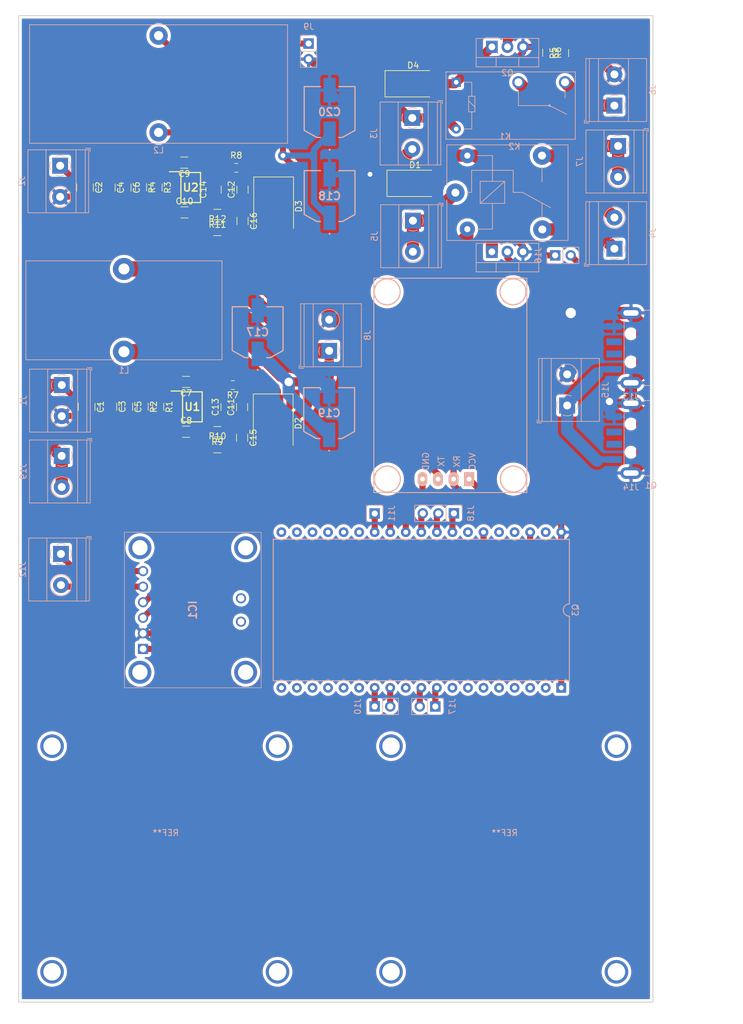
<source format=kicad_pcb>
(kicad_pcb (version 20211014) (generator pcbnew)
  (layers (0 "F.Cu" signal) (31 "B.Cu" signal) (34 "B.Paste" user) (35 "F.Paste" user) (36 "B.SilkS" user "B.Silkscreen") (37 "F.SilkS" user "F.Silkscreen") (38 "B.Mask" user) (39 "F.Mask" user) (44 "Edge.Cuts" user))
  (net 0 "")
  (net 1 "Net-(C1-Pad1)")
  (net 2 "GND")
  (net 3 "Net-(C2-Pad1)")
  (net 4 "Net-(C7-Pad2)")
  (net 5 "Net-(C7-Pad1)")
  (net 6 "Net-(C8-Pad1)")
  (net 7 "Net-(C9-Pad2)")
  (net 8 "Net-(C9-Pad1)")
  (net 9 "Net-(C10-Pad1)")
  (net 10 "Net-(C11-Pad2)")
  (net 11 "Net-(C11-Pad1)")
  (net 12 "Net-(C12-Pad1)")
  (net 13 "Net-(C12-Pad2)")
  (net 14 "Net-(C15-Pad1)")
  (net 15 "Net-(C16-Pad1)")
  (net 16 "/+5V")
  (net 17 "Net-(D1-Pad2)")
  (net 18 "Net-(D4-Pad2)")
  (net 19 "/+24V")
  (net 20 "Net-(IC1-Pad1)")
  (net 21 "Net-(IC1-Pad3)")
  (net 22 "Net-(IC1-Pad4)")
  (net 23 "Net-(IC1-Pad5)")
  (net 24 "Net-(IC1-Pad6)")
  (net 25 "Net-(J5-Pad1)")
  (net 26 "Net-(J7-Pad1)")
  (net 27 "/USB")
  (net 28 "/HB5V")
  (net 29 "/HB24V")
  (net 30 "Net-(J11-Pad1)")
  (net 31 "Net-(J16-Pad1)")
  (net 32 "Net-(J10-Pad2)")
  (net 33 "Net-(J10-Pad1)")
  (net 34 "Net-(Q3-Pad28)")
  (net 35 "Net-(Q3-Pad27)")
  (net 36 "Net-(R1-Pad2)")
  (net 37 "Net-(R3-Pad2)")
  (net 38 "Net-(R10-Pad1)")
  (net 39 "Net-(R11-Pad2)")
  (net 74 "Net-(J16-Pad2)")
  (net 75 "Net-(J17-Pad1)")
  (net 76 "Net-(J17-Pad2)")
  (net 77 "Net-(J18-Pad1)")
  (net 78 "Net-(J18-Pad2)")
  (net 79 "Net-(J18-Pad3)")
  (net 80 "Net-(J13-Pad1)")
  (footprint "Capacitor_SMD:C_1210_3225Metric_Pad1.42x2.65mm_HandSolder" (layer "F.Cu") (at 28.3775 83.171 -90)
    (fp_text reference "C1")
    (fp_text value "4.7µF")
  )
  (footprint "Capacitor_SMD:C_1210_3225Metric_Pad1.42x2.65mm_HandSolder" (layer "F.Cu") (at 28.112 47.371 -90)
    (fp_text reference "C2")
    (fp_text value "4.7µF")
  )
  (footprint "Capacitor_SMD:C_1210_3225Metric_Pad1.42x2.65mm_HandSolder" (layer "F.Cu") (at 31.9335 83.1345 -90)
    (fp_text reference "C3")
    (fp_text value "4.7µF")
  )
  (footprint "Capacitor_SMD:C_1210_3225Metric_Pad1.42x2.65mm_HandSolder" (layer "F.Cu") (at 31.668 47.371 -90)
    (fp_text reference "C4")
    (fp_text value "4.7µF")
  )
  (footprint "Capacitor_SMD:C_1206_3216Metric_Pad1.42x1.75mm_HandSolder" (layer "F.Cu") (at 34.9815 83.171 -90)
    (fp_text reference "C5")
    (fp_text value "0.01µF")
  )
  (footprint "Capacitor_SMD:C_1206_3216Metric_Pad1.42x1.75mm_HandSolder" (layer "F.Cu") (at 34.716 47.371 -90)
    (fp_text reference "C6")
    (fp_text value "0.01µF")
  )
  (footprint "Capacitor_SMD:C_1206_3216Metric_Pad1.42x1.75mm_HandSolder" (layer "F.Cu") (at 44.6335 79.107 180)
    (fp_text reference "C7")
    (fp_text value "0.1µF")
  )
  (footprint "Capacitor_SMD:C_1206_3216Metric_Pad1.42x1.75mm_HandSolder" (layer "F.Cu") (at 44.6335 87.235)
    (fp_text reference "C8")
    (fp_text value "0.01µF")
  )
  (footprint "Capacitor_SMD:C_1206_3216Metric_Pad1.42x1.75mm_HandSolder" (layer "F.Cu") (at 44.3315 43.307 180)
    (fp_text reference "C9")
    (fp_text value "0.1µF")
  )
  (footprint "Capacitor_SMD:C_1206_3216Metric_Pad1.42x1.75mm_HandSolder" (layer "F.Cu") (at 44.368 51.435)
    (fp_text reference "C10")
    (fp_text value "0.01µF")
  )
  (footprint "Capacitor_SMD:C_1206_3216Metric_Pad1.42x1.75mm_HandSolder" (layer "F.Cu") (at 53.7775 83.2075 90)
    (fp_text reference "C11")
    (fp_text value "1000pF")
  )
  (footprint "Capacitor_SMD:C_1206_3216Metric_Pad1.42x1.75mm_HandSolder" (layer "F.Cu") (at 53.8445 47.7155 90)
    (fp_text reference "C12")
    (fp_text value "1000pF")
  )
  (footprint "Capacitor_SMD:C_1206_3216Metric_Pad1.42x1.75mm_HandSolder" (layer "F.Cu") (at 51.2375 83.2075 90)
    (fp_text reference "C13")
    (fp_text value "47pF")
  )
  (footprint "Capacitor_SMD:C_1206_3216Metric_Pad1.42x1.75mm_HandSolder" (layer "F.Cu") (at 51.268 47.7155 90)
    (fp_text reference "C14")
    (fp_text value "47pF")
  )
  (footprint "Capacitor_SMD:C_1206_3216Metric_Pad1.42x1.75mm_HandSolder" (layer "F.Cu") (at 53.7775 88.2145 -90)
    (fp_text reference "C15")
    (fp_text value "100nF")
  )
  (footprint "Capacitor_SMD:C_1206_3216Metric_Pad1.42x1.75mm_HandSolder" (layer "F.Cu") (at 53.848 52.832 -90)
    (fp_text reference "C16")
    (fp_text value "100nF")
  )
  (footprint "Diode_SMD:D_SMB_Handsoldering" (layer "F.Cu") (at 82.0465 46.69)
    (fp_text reference "D1")
    (fp_text value "D_Schottky")
  )
  (footprint "Diode_SMD:D_SMC" (layer "F.Cu") (at 58.8575 85.867 -90)
    (fp_text reference "D2")
    (fp_text value "B340")
  )
  (footprint "Diode_SMD:D_SMC" (layer "F.Cu") (at 58.928 50.448 -90)
    (fp_text reference "D3")
    (fp_text value "B340")
  )
  (footprint "Diode_SMD:D_SMB_Handsoldering" (layer "F.Cu") (at 81.7265 30.434)
    (fp_text reference "D4")
    (fp_text value "D_Schottky")
  )
  (footprint "Resistor_SMD:R_1206_3216Metric_Pad1.42x1.75mm_HandSolder" (layer "F.Cu") (at 40.0615 83.171 -90)
    (fp_text reference "R1")
    (fp_text value "332k")
  )
  (footprint "Resistor_SMD:R_1206_3216Metric_Pad1.42x1.75mm_HandSolder" (layer "F.Cu") (at 37.5215 83.171 -90)
    (fp_text reference "R2")
    (fp_text value "68.1k")
  )
  (footprint "Resistor_SMD:R_1206_3216Metric_Pad1.42x1.75mm_HandSolder" (layer "F.Cu") (at 39.796 47.371 -90)
    (fp_text reference "R3")
    (fp_text value "332k")
  )
  (footprint "Resistor_SMD:R_1206_3216Metric_Pad1.42x1.75mm_HandSolder" (layer "F.Cu") (at 37.256 47.3345 -90)
    (fp_text reference "R4")
    (fp_text value "68.1k")
  )
  (footprint "Resistor_SMD:R_MiniMELF_MMA-0204" (layer "F.Cu") (at 106.2705 25.424 90)
    (fp_text reference "R5")
    (fp_text value "1Meg")
  )
  (footprint "Resistor_SMD:R_MiniMELF_MMA-0204" (layer "F.Cu") (at 103.7305 25.376 -90)
    (fp_text reference "R6")
    (fp_text value "1Meg")
  )
  (footprint "Resistor_SMD:R_0805_2012Metric_Pad1.15x1.40mm_HandSolder" (layer "F.Cu") (at 52.2625 79.615 180)
    (fp_text reference "R7")
    (fp_text value "29.4k")
  )
  (footprint "Resistor_SMD:R_0805_2012Metric_Pad1.15x1.40mm_HandSolder" (layer "F.Cu") (at 52.8195 44.1595 180)
    (fp_text reference "R8")
    (fp_text value "29.4k")
  )
  (footprint "Resistor_SMD:R_MiniMELF_MMA-0204" (layer "F.Cu") (at 49.7375 87.235 180)
    (fp_text reference "R9")
    (fp_text value "10.2k")
  )
  (footprint "Resistor_SMD:R_1206_3216Metric_Pad1.42x1.75mm_HandSolder" (layer "F.Cu") (at 49.75 89.775)
    (fp_text reference "R10")
    (fp_text value "2k")
  )
  (footprint "Resistor_SMD:R_MiniMELF_MMA-0204" (layer "F.Cu") (at 49.7475 51.7795 180)
    (fp_text reference "R11")
    (fp_text value "10.2k")
  )
  (footprint "Resistor_SMD:R_1206_3216Metric_Pad1.42x1.75mm_HandSolder" (layer "F.Cu") (at 49.7475 54.3195)
    (fp_text reference "R12")
    (fp_text value "3.24k")
  )
  (footprint "SamacSys_Parts:NE555DR" (layer "F.Cu") (at 45.6495 83.171)
    (fp_text reference "U1")
    (fp_text value "TPS54331" hide)
  )
  (footprint "SamacSys_Parts:NE555DR" (layer "F.Cu") (at 45.384 47.371)
    (fp_text reference "U2")
    (fp_text value "TPS54331" hide)
  )
  (footprint "" (layer "F.Cu") (at 77.47 64.389)
    (fp_text reference "")
    (fp_text value "")
  )
  (footprint "" (layer "F.Cu") (at 98.044 64.389)
    (fp_text reference "")
    (fp_text value "")
  )
  (footprint "SamacSys_Parts:L298N" (layer "B.Cu") (at 96.52 156.972 180)
    (fp_text reference "REF**")
    (fp_text value "L298N")
  )
  (footprint "SamacSys_Parts:EEETC1V470P" (layer "B.Cu") (at 56.3175 70.985 180)
    (fp_text reference "C17")
    (fp_text value "47µF" hide)
  )
  (footprint "SamacSys_Parts:EEETC1V470P" (layer "B.Cu") (at 68.072 48.768 180)
    (fp_text reference "C18")
    (fp_text value "47µF" hide)
  )
  (footprint "SamacSys_Parts:EEETC1V470P" (layer "B.Cu") (at 68.0015 84.193 180)
    (fp_text reference "C19")
    (fp_text value "47µF" hide)
  )
  (footprint "SamacSys_Parts:EEETC1V470P" (layer "B.Cu") (at 68.072 35.046 180)
    (fp_text reference "C20")
    (fp_text value "47µF" hide)
  )
  (footprint "SamacSys_Parts:904" (layer "B.Cu") (at 37.592 122.682 90)
    (fp_text reference "IC1")
    (fp_text value "904" hide)
  )
  (footprint "TerminalBlock_Phoenix:TerminalBlock_Phoenix_MKDS-1,5-2-5.08_1x02_P5.08mm_Horizontal" (layer "B.Cu") (at 24.3135 79.615 -90)
    (fp_text reference "J1")
    (fp_text value "VCC")
  )
  (footprint "TerminalBlock_Phoenix:TerminalBlock_Phoenix_MKDS-1,5-2-5.08_1x02_P5.08mm_Horizontal" (layer "B.Cu") (at 24.048 43.815 -90)
    (fp_text reference "J2")
    (fp_text value "VCC")
  )
  (footprint "TerminalBlock_Phoenix:TerminalBlock_Phoenix_MKDS-1,5-2-5.08_1x02_P5.08mm_Horizontal" (layer "B.Cu") (at 81.5815 36.017 -90)
    (fp_text reference "J3")
    (fp_text value "Relais")
  )
  (footprint "TerminalBlock_Phoenix:TerminalBlock_Phoenix_MKDS-1,5-2-5.08_1x02_P5.08mm_Horizontal" (layer "B.Cu") (at 81.6835 52.781 -90)
    (fp_text reference "J5")
    (fp_text value "Relai_5V")
  )
  (footprint "TerminalBlock_Phoenix:TerminalBlock_Phoenix_MKDS-1,5-2-5.08_1x02_P5.08mm_Horizontal" (layer "B.Cu") (at 115.2115 40.589 -90)
    (fp_text reference "J7")
    (fp_text value "Relai_24V")
  )
  (footprint "TerminalBlock_Phoenix:TerminalBlock_Phoenix_MKDS-1,5-2-5.08_1x02_P5.08mm_Horizontal" (layer "B.Cu") (at 68.0015 74.027 90)
    (fp_text reference "J8")
    (fp_text value "5V")
  )
  (footprint "Connector_USB:USB_A_CNCTech_1001-011-01101_Horizontal" (layer "B.Cu") (at 124.206 73.548)
    (fp_text reference "J13")
    (fp_text value "USB_A")
  )
  (footprint "Connector_USB:USB_A_CNCTech_1001-011-01101_Horizontal" (layer "B.Cu") (at 124.206 88.28)
    (fp_text reference "J14")
    (fp_text value "USB_A")
  )
  (footprint "TerminalBlock_Phoenix:TerminalBlock_Phoenix_MKDS-1,5-2-5.08_1x02_P5.08mm_Horizontal" (layer "B.Cu") (at 106.883 82.951 90)
    (fp_text reference "J15")
    (fp_text value "USB_Pins")
  )
  (footprint "Relay_THT:Relay_SPDT_SANYOU_SRD_Series_Form_C" (layer "B.Cu") (at 88.6265 48.214)
    (fp_text reference "K1")
    (fp_text value "SANYOU_SRD_Form_C")
  )
  (footprint "Inductor_THT:L_Toroid_Vertical_L31.8mm_W15.9mm_P13.50mm_Bourns_5700" (layer "B.Cu") (at 34.4735 74.168)
    (fp_text reference "L1")
    (fp_text value "12µH")
  )
  (footprint "Inductor_THT:L_Toroid_Vertical_L41.9mm_W19.1mm_P15.80mm_Vishay_TJ7" (layer "B.Cu") (at 40.132 38.38)
    (fp_text reference "L2")
    (fp_text value "22µH")
  )
  (footprint "Package_TO_SOT_THT:TO-220-3_Vertical" (layer "B.Cu") (at 94.5865 57.866)
    (fp_text reference "Q1")
    (fp_text value "Q_NJFET_DGS")
  )
  (footprint "Package_TO_SOT_THT:TO-220-3_Vertical" (layer "B.Cu") (at 94.5865 24.409)
    (fp_text reference "Q2")
    (fp_text value "Q_NJFET_DGS")
  )
  (footprint "SamacSys_Parts:ESP32-NodeMCU" (layer "B.Cu") (at 105.918 129.032 90)
    (fp_text reference "Q3")
    (fp_text value "ESP-32-Node-MCU")
  )
  (footprint "SamacSys_Parts:GY-NEO6MV2" (layer "B.Cu") (at 100.2965 97.1685 -90)
    (fp_text reference "Q4")
    (fp_text value "NEO6MV2")
  )
  (footprint "TerminalBlock_Phoenix:TerminalBlock_Phoenix_MKDS-1,5-2-5.08_1x02_P5.08mm_Horizontal" (layer "B.Cu") (at 114.6015 57.358 90)
    (fp_text reference "J4")
    (fp_text value "Relai_1")
  )
  (footprint "TerminalBlock_Phoenix:TerminalBlock_Phoenix_MKDS-1,5-2-5.08_1x02_P5.08mm_Horizontal" (layer "B.Cu") (at 114.6015 33.995 90)
    (fp_text reference "J6")
    (fp_text value "Relai_2")
  )
  (footprint "Connector_PinSocket_2.54mm:PinSocket_1x02_P2.54mm_Vertical" (layer "B.Cu") (at 64.643 23.876 180)
    (fp_text reference "J9")
    (fp_text value "3_3V")
  )
  (footprint "Connector_PinSocket_2.54mm:PinSocket_1x02_P2.54mm_Vertical" (layer "B.Cu") (at 75.438 132.08 -90)
    (fp_text reference "J10")
    (fp_text value "24V_Steuerpins")
  )
  (footprint "TerminalBlock_Phoenix:TerminalBlock_Phoenix_MKDS-1,5-2-5.08_1x02_P5.08mm_Horizontal" (layer "B.Cu") (at 24.181 107.183 -90)
    (fp_text reference "J12")
    (fp_text value "Solarpanel_klein")
  )
  (footprint "Relay_THT:Relay_SPST_Omron-G5Q-1A" (layer "B.Cu") (at 88.7595 30.19)
    (fp_text reference "K2")
    (fp_text value "G5Q-1A")
  )
  (footprint "Connector_PinSocket_2.54mm:PinSocket_1x03_P2.54mm_Vertical" (layer "B.Cu") (at 88.377 100.559 90)
    (fp_text reference "J18")
    (fp_text value "Conn_01x03_Female")
  )
  (footprint "Connector_PinSocket_2.54mm:PinSocket_1x01_P2.54mm_Vertical" (layer "B.Cu") (at 75.438 100.584 90)
    (fp_text reference "J11")
    (fp_text value "Conn_01x01_Female")
  )
  (footprint "TerminalBlock_Phoenix:TerminalBlock_Phoenix_MKDS-1,5-2-5.08_1x02_P5.08mm_Horizontal" (layer "B.Cu") (at 24.308 91.181 -90)
    (fp_text reference "J19")
    (fp_text value "Screw_Terminal_01x02")
  )
  (footprint "Connector_PinSocket_2.54mm:PinSocket_1x02_P2.54mm_Vertical" (layer "B.Cu") (at 85.344 132.08 90)
    (fp_text reference "J17")
    (fp_text value "Conn_01x02_Female")
  )
  (footprint "SamacSys_Parts:L298N" (layer "B.Cu") (at 41.148 156.972 180)
    (fp_text reference "REF**")
    (fp_text value "L298N")
  )
  (footprint "Connector_PinSocket_2.54mm:PinSocket_1x02_P2.54mm_Vertical" (layer "B.Cu") (at 104.922 58.445 -90)
    (fp_text reference "J16")
    (fp_text value "Conn_01x02_Female")
  )
  (gr_rect (start 17.272 19.304) (end 120.904 180.34) (layer "Edge.Cuts") (width 0.15) (fill none))
  (gr_text "Entwicklerboard v1\nProjekt SSS" (at 47.752 98.044) (layer "F.Cu") (effects (font (size 1.5 1.5) (thickness 0.3))))
  (gr_text "Steven DUDEK\n5AHEL\n\n" (at 29.972 32.004) (layer "F.Cu") (effects (font (size 1.5 1.5) (thickness 0.3))))
  (segment (start 40.0615 81.139) (end 40.0615 81.6835) (width 1) (layer "F.Cu") (net 1))
  (segment (start 28.3775 81.6835) (end 31.897 81.6835) (width 1) (layer "F.Cu") (net 1))
  (segment (start 40.914 82.536) (end 40.0615 81.6835) (width 0.6) (layer "F.Cu") (net 1))
  (segment (start 34.9815 81.139) (end 35.9975 80.123) (width 1) (layer "F.Cu") (net 1))
  (segment (start 42.9375 82.536) (end 40.914 82.536) (width 0.6) (layer "F.Cu") (net 1))
  (segment (start 35.9975 80.123) (end 39.0455 80.123) (width 1) (layer "F.Cu") (net 1))
  (segment (start 24.125 91.181) (end 20.828 87.884) (width 2) (layer "F.Cu") (net 1))
  (segment (start 28.3775 81.6835) (end 26.382 81.6835) (width 1) (layer "F.Cu") (net 1))
  (segment (start 20.828 81.28) (end 22.493 79.615) (width 2) (layer "F.Cu") (net 1))
  (segment (start 31.9335 81.647) (end 34.945 81.647) (width 1) (layer "F.Cu") (net 1))
  (segment (start 24.308 96.261) (end 24.308 91.181) (width 2) (layer "F.Cu") (net 1))
  (segment (start 22.493 79.615) (end 24.3135 79.615) (width 2) (layer "F.Cu") (net 1))
  (segment (start 34.945 81.647) (end 34.9815 81.6835) (width 1) (layer "F.Cu") (net 1))
  (segment (start 31.897 81.6835) (end 31.9335 81.647) (width 1) (layer "F.Cu") (net 1))
  (segment (start 39.0455 80.123) (end 40.0615 81.139) (width 1) (layer "F.Cu") (net 1))
  (segment (start 26.382 81.6835) (end 24.3135 79.615) (width 1) (layer "F.Cu") (net 1))
  (segment (start 20.828 87.884) (end 20.828 81.28) (width 2) (layer "F.Cu") (net 1))
  (segment (start 34.9815 81.6835) (end 34.9815 81.139) (width 1) (layer "F.Cu") (net 1))
  (segment (start 24.308 91.181) (end 24.125 91.181) (width 2) (layer "F.Cu") (net 1))
  (segment (start 58.8575 89.267) (end 61.5075 89.267) (width 1) (layer "F.Cu") (net 2))
  (segment (start 72.644 68.947) (end 71.0495 70.5415) (width 1) (layer "F.Cu") (net 2))
  (segment (start 88.3265 95.9465) (end 88.3265 94.9685) (width 1) (layer "F.Cu") (net 2))
  (segment (start 72.785 68.947) (end 72.644 68.947) (width 1) (layer "F.Cu") (net 2))
  (segment (start 28.112 48.8585) (end 31.668 48.8585) (width 1) (layer "F.Cu") (net 2))
  (segment (start 68.0015 68.947) (end 68.0015 57.3335) (width 2.5) (layer "F.Cu") (net 2))
  (segment (start 69.088 55.88) (end 68.072 55.88) (width 1) (layer "F.Cu") (net 2))
  (segment (start 37.2195 48.8585) (end 37.256 48.822) (width 1) (layer "F.Cu") (net 2))
  (segment (start 66.1515 84.623) (end 66.5325 84.242) (width 1) (layer "F.Cu") (net 2))
  (segment (start 58.4565 54.3195) (end 58.928 53.848) (width 1) (layer "F.Cu") (net 2))
  (segment (start 24.35 84.6585) (end 24.3135 84.695) (width 1) (layer "F.Cu") (net 2))
  (segment (start 96.266 26.67) (end 98.298 26.67) (width 1) (layer "F.Cu") (net 2))
  (segment (start 97.028 53.848) (end 96.012 52.832) (width 1) (layer "F.Cu") (net 2))
  (segment (start 80.518 27.178) (end 81.788 28.448) (width 1) (layer "F.Cu") (net 2))
  (segment (start 37.256 49.448) (end 37.256 48.822) (width 1) (layer "F.Cu") (net 2))
  (segment (start 119.155521 69.879521) (end 119.155521 77.398479) (width 2) (layer "F.Cu") (net 2))
  (segment (start 46.121 91.2625) (end 46.121 90.2465) (width 1) (layer "F.Cu") (net 2))
  (segment (start 91.186 120.142) (end 105.918 105.41) (width 1) (layer "F.Cu") (net 2))
  (segment (start 46.999 82.536) (end 48.3615 82.536) (width 0.6) (layer "F.Cu") (net 2))
  (segment (start 67.564 55.88) (end 67.056 55.88) (width 1) (layer "F.Cu") (net 2))
  (segment (start 28.3775 84.6585) (end 24.35 84.6585) (width 1) (layer "F.Cu") (net 2))
  (segment (start 99.6665 57.866) (end 99.6665 56.9945) (width 1) (layer "F.Cu") (net 2))
  (segment (start 96.012 52.832) (end 96.012 41.656) (width 1) (layer "F.Cu") (net 2))
  (segment (start 117.306 82.58) (end 119.155521 84.429521) (width 2) (layer "F.Cu") (net 2))
  (segment (start 98.298 26.67) (end 99.6665 25.3015) (width 1) (layer "F.Cu") (net 2))
  (segment (start 119.155521 84.429521) (end 119.155521 92.130479) (width 2) (layer "F.Cu") (net 2))
  (segment (start 75.438 27.178) (end 80.518 27.178) (width 1) (layer "F.Cu") (net 2))
  (segment (start 45.72 51.5705) (end 45.8555 51.435) (width 1) (layer "F.Cu") (net 2))
  (segment (start 50.76 46.736) (end 51.268 46.228) (width 0.6) (layer "F.Cu") (net 2))
  (segment (start 88.9 34.036) (end 89.408 34.544) (width 1) (layer "F.Cu") (net 2))
  (segment (start 45.6495 89.775) (end 46.121 89.3035) (width 1) (layer "F.Cu") (net 2))
  (segment (start 41.656 53.848) (end 37.256 49.448) (width 1) (layer "F.Cu") (net 2))
  (segment (start 66.04 55.88) (end 66.548 55.88) (width 1) (layer "F.Cu") (net 2))
  (segment (start 88.533 68.947) (end 90.057 68.947) (width 2.5) (layer "F.Cu") (net 2))
  (segment (start 66.548 55.88) (end 68.0015 57.3335) (width 1) (layer "F.Cu") (net 2))
  (segment (start 51.2375 89.775) (end 53.7045 89.775) (width 1) (layer "F.Cu") (net 2))
  (segment (start 86.727 68.947) (end 88.533 68.947) (width 2.5) (layer "F.Cu") (net 2))
  (segment (start 74.676 45.212) (end 74.676 51.308) (width 1) (layer "F.Cu") (net 2))
  (segment (start 117.306 68.03) (end 119.155521 69.879521) (width 2) (layer "F.Cu") (net 2))
  (segment (start 105.918 102.362) (end 105.156 101.6) (width 1) (layer "F.Cu") (net 2))
  (segment (start 88.3265 70.5465) (end 86.727 68.947) (width 1) (layer "F.Cu") (net 2))
  (segment (start 31.668 48.8585) (end 34.716 48.8585) (width 1) (layer "F.Cu") (net 2))
  (segment (start 82.296 33.02) (end 81.788 32.512) (width 1) (layer "F.Cu") (net 2))
  (segment (start 99.6665 24.409) (end 101.2635 24.409) (width 1) (layer "F.Cu") (net 2))
  (segment (start 68.072 55.88) (end 67.564 55.88) (width 1) (layer "F.Cu") (net 2))
  (segment (start 74.676 27.94) (end 74.676 27.178) (width 1) (layer "F.Cu") (net 2))
  (segment (start 83.312 33.02) (end 82.296 33.02) (width 1) (layer "F.Cu") (net 2))
  (segment (start 69.455 68.947) (end 71.261 68.947) (width 2.5) (layer "F.Cu") (net 2))
  (segment (start 89.408 34.036) (end 88.9 34.036) (width 1) (layer "F.Cu") (net 2))
  (segment (start 119.155521 92.130479) (end 117.306 93.98) (width 2) (layer "F.Cu") (net 2))
  (segment (start 45.72 55.372) (end 45.72 54.356) (width 1) (layer "F.Cu") (net 2))
  (segment (start 45.72 54.356) (end 45.72 53.848) (width 1) (layer "F.Cu") (net 2))
  (segment (start 49.784 56.388) (end 51.235 54.937) (width 1) (layer "F.Cu") (net 2))
  (segment (start 46.121 87.235) (end 46.121 83.414) (width 0.6) (layer "F.Cu") (net 2))
  (segment (start 84.328 34.036) (end 83.312 33.02) (width 1) (layer "F.Cu") (net 2))
  (segment (start 103.7305 26.876) (end 103.7305 26.3175) (width 0.6) (layer "F.Cu") (net 2))
  (segment (start 51.2375 89.775) (end 49.2055 91.807) (width 1) (layer "F.Cu") (net 2))
  (segment (start 46.6655 91.807) (end 46.121 91.2625) (width 1) (layer "F.Cu") (net 2))
  (segment (start 45.72 53.34) (end 45.72 51.5705) (width 1) (layer "F.Cu") (net 2))
  (segment (start 74.676 45.212) (end 74.676 27.94) (width 1) (layer "F.Cu") (net 2))
  (segment (start 105.918 105.41) (end 105.918 103.632) (width 1) (layer "F.Cu") (net 2))
  (segment (start 103.7305 26.3175) (end 104.648 25.4) (width 0.6) (layer "F.Cu") (net 2))
  (segment (start 71.0495 69.1585) (end 71.261 68.947) (width 1) (layer "F.Cu") (net 2))
  (segment (start 31.9335 84.622) (end 34.945 84.622) (width 1) (layer "F.Cu") (net 2))
  (segment (start 69.596 55.88) (end 69.455 55.88) (width 1) (layer "F.Cu") (net 2))
  (segment (start 117.306 82.58) (end 117.306 79.248) (width 2) (layer "F.Cu") (net 2))
  (segment (start 68.0015 68.947) (end 69.455 68.947) (width 2.5) (layer "F.Cu") (net 2))
  (segment (start 97.028 54.356) (end 97.028 53.848) (width 1) (layer "F.Cu") (net 2))
  (segment (start 53.7775 89.702) (end 58.4225 89.702) (width 1) (layer "F.Cu") (net 2))
  (segment (start 51.268 46.228) (end 51.268 44.686) (width 1.5) (layer "F.Cu") (net 2))
  (segment (start 41.656 53.848) (end 44.704 53.848) (width 1) (layer "F.Cu") (net 2))
  (segment (start 34.945 84.622) (end 34.9815 84.6585) (width 1) (layer "F.Cu") (net 2))
  (segment (start 48.3615 82.536) (end 50.4215 82.536) (width 0.6) (layer "F.Cu") (net 2))
  (segment (start 71.0495 70.5415) (end 69.455 68.947) (width 1) (layer "F.Cu") (net 2))
  (segment (start 106.2705 23.924) (end 109.6105 23.924) (width 1.5) (layer "F.Cu") (net 2))
  (segment (start 51.268 44.686) (end 51.7945 44.1595) (width 1.5) (layer "F.Cu") (net 2))
  (segment (start 71.0495 79.725) (end 71.0495 76.7785) (width 1) (layer "F.Cu") (net 2))
  (segment (start 71.0495 70.5415) (end 71.0495 69.1585) (width 1) (layer "F.Cu") (net 2))
  (segment (start 74.676 27.178) (end 65.405 27.178) (width 1) (layer "F.Cu") (net 2))
  (segment (start 106.373 68.947) (end 107.472 67.848) (width 2.5) (layer "F.Cu") (net 2))
  (segment (start 88.9 34.036) (end 89.408 33.528) (width 1) (layer "F.Cu") (net 2))
  (segment (start 68.1425 57.3335) (end 68.0015 57.3335) (width 1) (layer "F.Cu") (net 2))
  (segment (start 71.0495 76.7785) (end 71.0495 76.1295) (width 1) (layer "F.Cu") (net 2))
  (segment (start 44.704 53.848) (end 45.72 53.848) (width 1) (layer "F.Cu") (net 2))
  (segment (start 45.72 53.34) (end 45.212 53.848) (width 1) (layer "F.Cu") (net 2))
  (segment (start 101.2635 24.409) (end 103.7305 26.876) (width 1) (layer "F.Cu") (net 2))
  (segment (start 89.408 34.544) (end 89.408 34.036) (width 1) (layer "F.Cu") (net 2))
  (segment (start 53.7045 89.775) (end 53.7775 89.702) (width 1) (layer "F.Cu") (net 2))
  (segment (start 89.926 68.947) (end 88.3265 70.5465) (width 1) (layer "F.Cu") (net 2))
  (segment (start 45.212 53.848) (end 44.704 53.848) (width 1) (layer "F.Cu") (net 2))
  (segment (start 119.155521 77.398479) (end 117.306 79.248) (width 2) (layer "F.Cu") (net 2))
  (segment (start 28.112 48.8585) (end 24.0845 48.8585) (width 1) (layer "F.Cu") (net 2))
  (segment (start 48.096 46.736) (end 50.76 46.736) (width 0.6) (layer "F.Cu") (net 2))
  (segment (start 88.3265 71.1855) (end 88.3265 70.5465) (width 1) (layer "F.Cu") (net 2))
  (segment (start 37.592 120.142) (end 91.186 120.142) (width 1) (layer "F.Cu") (net 2))
  (segment (start 58.4225 89.702) (end 58.8575 89.267) (width 1) (layer "F.Cu") (net 2))
  (segment (start 46.7335 46.736) (end 48.096 46.736) (width 0.6) (layer "F.Cu") (net 2))
  (segment (start 105.664 25.4) (end 106.2705 24.7935) (width 0.6) (layer "F.Cu") (net 2))
  (segment (start 88.9 34.036) (end 84.328 34.036) (width 1) (layer "F.Cu") (net 2))
  (segment (start 65.405 27.178) (end 64.643 26.416) (width 1) (layer "F.Cu") (net 2))
  (segment (start 50.4215 82.536) (end 51.2375 81.72) (width 0.6) (layer "F.Cu") (net 2))
  (segment (start 71.0495 75.2545) (end 71.0495 70.5415) (width 1) (layer "F.Cu") (net 2))
  (segment (start 45.8555 47.614) (end 46.7335 46.736) (width 0.6) (layer "F.Cu") (net 2))
  (segment (start 51.235 54.937) (end 51.235 54.3195) (width 1) (layer "F.Cu") (net 2))
  (segment (start 67.056 55.88) (end 66.548 55.88) (width 1) (layer "F.Cu") (net 2))
  (segment (start 71.0495 75.2545) (end 71.0495 75.4805) (width 1) (layer "F.Cu") (net 2))
  (segment (start 72.785 68.947) (end 86.727 68.947) (width 2.5) (layer "F.Cu") (net 2))
  (segment (start 99.6665 25.3015) (end 99.6665 24.409) (width 1) (layer "F.Cu") (net 2))
  (segment (start 69.455 55.88) (end 68.0015 57.3335) (width 1) (layer "F.Cu") (net 2))
  (segment (start 93.98 101.6) (end 88.3265 95.9465) (width 1) (layer "F.Cu") (net 2))
  (segment (start 46.121 83.414) (end 46.999 82.536) (width 0.6) (layer "F.Cu") (net 2))
  (segment (start 34.716 48.8585) (end 37.2195 48.8585) (width 1) (layer "F.Cu") (net 2))
  (segment (start 114.076 82.58) (end 113.792 82.296) (width 1.5) (layer "F.Cu") (net 2))
  (segment (start 96.012 41.656) (end 89.408 35.052) (width 1) (layer "F.Cu") (net 2))
  (segment (start 45.72 54.356) (end 45.212 53.848) (width 1) (layer "F.Cu") (net 2))
  (segment (start 61.5075 89.267) (end 65.7705 85.004) (width 1) (layer "F.Cu") (net 2))
  (segment (start 105.156 101.6) (end 93.98 101.6) (width 1) (layer "F.Cu") (net 2))
  (segment (start 60.96 55.88) (end 58.928 53.848) (width 1) (layer "F.Cu") (net 2))
  (segment (start 65.7705 85.004) (end 66.1515 84.623) (width 1) (layer "F.Cu") (net 2))
  (segment (start 31.897 84.6585) (end 31.9335 84.622) (width 1) (layer "F.Cu") (net 2))
  (segment (start 46.121 90.2465) (end 46.121 89.2305) (width 1) (layer "F.Cu") (net 2))
  (segment (start 81.788 28.448) (end 81.788 32.512) (width 0.6) (layer "F.Cu") (net 2))
  (segment (start 74.676 27.94) (end 75.438 27.178) (width 1) (layer "F.Cu") (net 2))
  (segment (start 70.104 55.88) (end 69.596 55.88) (width 1) (layer "F.Cu") (net 2))
  (segment (start 71.0495 76.1295) (end 71.0495 75.2545) (width 1) (layer "F.Cu") (net 2))
  (segment (start 24.0845 48.8585) (end 24.048 48.895) (width 1) (layer "F.Cu") (net 2))
  (segment (start 104.648 25.4) (end 105.664 25.4) (width 0.6) (layer "F.Cu") (net 2))
  (segment (start 46.121 89.3035) (end 46.121 89.2305) (width 1) (layer "F.Cu") (net 2))
  (segment (start 66.5325 84.242) (end 71.0495 79.725) (width 1) (layer "F.Cu") (net 2))
  (segment (start 71.261 68.947) (end 72.785 68.947) (width 2.5) (layer "F.Cu") (net 2))
  (segment (start 46.121 89.2305) (end 46.121 87.235) (width 1) (layer "F.Cu") (net 2))
  (segment (start 51.2375 81.72) (end 51.2375 79.615) (width 1) (layer "F.Cu") (net 2))
  (segment (start 106.2705 24.7935) (end 106.2705 23.924) (width 0.6) (layer "F.Cu") (net 2))
  (segment (start 117.306 67.848) (end 117.306 68.03) (width 2) (layer "F.Cu") (net 2))
  (segment (start 99.6665 56.9945) (end 97.028 54.356) (width 1) (layer "F.Cu") (net 2))
  (segment (start 107.472 67.848) (end 117.306 67.848) (width 2) (layer "F.Cu") (net 2))
  (segment (start 53.848 54.3195) (end 58.4565 54.3195) (width 1) (layer "F.Cu") (net 2))
  (segment (start 66.04 55.88) (end 60.96 55.88) (width 1) (layer "F.Cu") (net 2))
  (segment (start 34.9815 84.6585) (end 37.5215 84.6585) (width 1) (layer "F.Cu") (net 2))
  (segment (start 68.0015 57.3335) (end 68.0015 55.9505) (width 2.5) (layer "F.Cu") (net 2))
  (segment (start 89.408 35.052) (end 89.408 34.544) (width 1) (layer "F.Cu") (net 2))
  (segment (start 88.3265 70.5465) (end 88.3265 69.1535) (width 1) (layer "F.Cu") (net 2))
  (segment (start 45.8555 51.435) (end 45.8555 47.614) (width 0.6) (layer "F.Cu") (net 2))
  (segment (start 90.057 68.947) (end 89.926 68.947) (width 1) (layer "F.Cu") (net 2))
  (segment (start 90.057 68.947) (end 106.373 68.947) (width 2.5) (layer "F.Cu") (net 2))
  (segment (start 74.676 27.94) (end 73.914 27.178) (width 1) (layer "F.Cu") (net 2))
  (segment (start 46.736 56.388) (end 45.72 55.372) (width 1) (layer "F.Cu") (net 2))
  (segment (start 42.0935 89.775) (end 45.6495 89.775) (width 1) (layer "F.Cu") (net 2))
  (segment (start 88.3265 69.1535) (end 88.533 68.947) (width 1) (layer "F.Cu") (net 2))
  (segment (start 109.6105 23.924) (end 114.6015 28.915) (width 1.5) (layer "F.Cu") (net 2))
  (segment (start 74.676 27.178) (end 75.438 27.178) (width 1) (layer "F.Cu") (net 2))
  (segment (start 89.408 33.528) (end 96.266 26.67) (width 1) (layer "F.Cu") (net 2))
  (segment (start 74.676 51.308) (end 70.104 55.88) (width 1) (layer "F.Cu") (net 2))
  (segment (start 117.306 82.58) (end 114.076 82.58) (width 1.5) (layer "F.Cu") (net 2))
  (segment (start 46.736 56.388) (end 49.784 56.388) (width 1) (layer "F.Cu") (net 2))
  (segment (start 105.918 103.632) (end 105.918 102.362) (width 1) (layer "F.Cu") (net 2))
  (segment (start 37.5215 84.6585) (end 37.5215 85.203) (width 1) (layer "F.Cu") (net 2))
  (segment (start 69.596 55.88) (end 69.088 55.88) (width 1) (layer "F.Cu") (net 2))
  (segment (start 37.5215 85.203) (end 42.0935 89.775) (width 1) (layer "F.Cu") (net 2))
  (segment (start 28.3775 84.6585) (end 31.897 84.6585) (width 1) (layer "F.Cu") (net 2))
  (segment (start 68.0015 55.9505) (end 68.072 55.88) (width 2.5) (layer "F.Cu") (net 2))
  (segment (start 69.088 55.88) (end 68.439 55.88) (width 1) (layer "F.Cu") (net 2))
  (segment (start 45.6495 89.775) (end 46.121 90.2465) (width 1) (layer "F.Cu") (net 2))
  (segment (start 73.914 27.178) (end 74.676 27.178) (width 1) (layer "F.Cu") (net 2))
  (segment (start 49.2055 91.807) (end 46.6655 91.807) (width 1) (layer "F.Cu") (net 2))
  (segment (start 45.72 53.848) (end 45.72 53.34) (width 1) (layer "F.Cu") (net 2))
  (segment (start 28.0755 48.895) (end 28.112 48.8585) (width 1) (layer "F.Cu") (net 2))
  (segment (start 88.3265 94.9685) (end 88.3265 71.1855) (width 1) (layer "F.Cu") (net 2))
  (segment (start 51.235 54.3195) (end 53.848 54.3195) (width 1.5) (layer "F.Cu") (net 2))
  (segment (start 89.408 34.036) (end 89.408 33.528) (width 1) (layer "F.Cu") (net 2))
  (via (at 113.792 82.296) (size 2) (drill 1.2) (layers "F.Cu" "B.Cu") (net 2))
  (via (at 107.472 67.848) (size 2.5) (drill 1.7) (layers "F.Cu" "B.Cu") (net 2))
  (via (at 74.676 45.212) (size 1.6) (drill 0.8) (layers "F.Cu" "B.Cu") (net 2))
  (segment (start 108.996 69.372) (end 107.472 67.848) (width 1) (layer "B.Cu") (net 2))
  (segment (start 113.792 82.296) (end 113.792 84.016) (width 1.5) (layer "B.Cu") (net 2))
  (segment (start 71.622 35.046) (end 68.072 31.496) (width 1) (layer "B.Cu") (net 2))
  (segment (start 114.556 84.78) (end 113.792 84.016) (width 1) (layer "B.Cu") (net 2))
  (segment (start 61.847 60.581) (end 61.847 66.169) (width 2) (layer "B.Cu") (net 2))
  (segment (start 107.472 69.88) (end 107.472 71.912) (width 2) (layer "B.Cu") (net 2))
  (segment (start 107.472 69.88) (end 108.996 69.88) (width 2) (layer "B.Cu") (net 2))
  (segment (start 74.676 47.752) (end 74.676 45.212) (width 1) (layer "B.Cu") (net 2))
  (segment (start 108.996 69.88) (end 108.996 69.372) (width 1) (layer "B.Cu") (net 2))
  (segment (start 61.847 68.701) (end 61.847 68.451) (width 2) (layer "B.Cu") (net 2))
  (segment (start 71.622 45.218) (end 71.622 44.202) (width 1) (layer "B.Cu") (net 2))
  (segment (start 107.472 71.912) (end 107.472 77.282) (width 2) (layer "B.Cu") (net 2))
  (segment (start 71.622 44.202) (end 71.622 35.046) (width 1) (layer "B.Cu") (net 2))
  (segment (start 65.532 56.896) (end 61.847 60.581) (width 2) (layer "B.Cu") (net 2))
  (segment (start 71.622 45.218) (end 72.638 45.218) (width 1) (layer "B.Cu") (net 2))
  (segment (start 74.676 52.832) (end 70.612 56.896) (width 2) (layer "B.Cu") (net 2))
  (segment (start 56.3175 68.959) (end 56.3175 67.435) (width 1) (layer "B.Cu") (net 2))
  (segment (start 60.581 67.435) (end 61.847 67.435) (width 2) (layer "B.Cu") (net 2))
  (segment (start 68.072 45.218) (end 70.618 45.218) (width 1) (layer "B.Cu") (net 2))
  (segment (start 114.556 70.048) (end 111.704 70.048) (width 1) (layer "B.Cu") (net 2))
  (segment (start 61.847 66.169) (end 61.847 67.435) (width 2) (layer "B.Cu") (net 2))
  (segment (start 74.676 52.832) (end 74.676 47.752) (width 2) (layer "B.Cu") (net 2))
  (segment (start 108.996 69.88) (end 108.996 70.388) (width 1) (layer "B.Cu") (net 2))
  (segment (start 61.847 74.039) (end 61.847 69.467) (width 2) (layer "B.Cu") (net 2))
  (segment (start 107.472 67.848) (end 107.472 69.88) (width 2) (layer "B.Cu") (net 2))
  (segment (start 108.996 69.88) (end 111.536 69.88) (width 2) (layer "B.Cu") (net 2))
  (segment (start 61.847 68.701) (end 60.581 67.435) (width 2) (layer "B.Cu") (net 2))
  (segment (start 70.618 45.206) (end 71.622 44.202) (width 1) (layer "B.Cu") (net 2))
  (segment (start 68.0015 80.1935) (end 61.847 74.039) (width 2) (layer "B.Cu") (net 2))
  (segment (start 60.581 67.435) (end 61.847 66.169) (width 2) (layer "B.Cu") (net 2))
  (segment (start 70.618 45.218) (end 71.622 45.218) (width 1) (layer "B.Cu") (net 2))
  (segment (start 68.0015 80.643) (end 68.0015 80.1935) (width 2) (layer "B.Cu") (net 2))
  (segment (start 108.996 70.388) (end 107.472 71.912) (width 1) (layer "B.Cu") (net 2))
  (segment (start 72.638 45.218) (end 71.622 44.202) (width 1) (layer "B.Cu") (net 2))
  (segment (start 111.704 70.048) (end 111.536 69.88) (width 1) (layer "B.Cu") (net 2))
  (segment (start 56.3175 67.435) (end 60.581 67.435) (width 2) (layer "B.Cu") (net 2))
  (segment (start 107.472 77.282) (end 106.883 77.871) (width 2) (layer "B.Cu") (net 2))
  (segment (start 61.847 69.467) (end 61.847 67.435) (width 2) (layer "B.Cu") (net 2))
  (segment (start 70.612 56.896) (end 65.532 56.896) (width 2) (layer "B.Cu") (net 2))
  (segment (start 70.618 45.218) (end 70.618 45.206) (width 1) (layer "B.Cu") (net 2))
  (segment (start 72.638 45.218) (end 74.67 45.218) (width 1) (layer "B.Cu") (net 2))
  (segment (start 74.67 45.218) (end 74.676 45.212) (width 1) (layer "B.Cu") (net 2))
  (segment (start 61.847 69.467) (end 61.847 68.701) (width 2) (layer "B.Cu") (net 2))
  (segment (start 31.668 45.8835) (end 34.716 45.8835) (width 1) (layer "F.Cu") (net 3))
  (segment (start 28.112 45.8835) (end 26.1165 45.8835) (width 1) (layer "F.Cu") (net 3))
  (segment (start 26.1165 45.8835) (end 24.048 43.815) (width 1) (layer "F.Cu") (net 3))
  (segment (start 34.716 45.339) (end 35.732 44.323) (width 1) (layer "F.Cu") (net 3))
  (segment (start 34.716 45.8835) (end 34.716 45.339) (width 1) (layer "F.Cu") (net 3))
  (segment (start 42.672 46.736) (end 40.6485 46.736) (width 0.6) (layer "F.Cu") (net 3))
  (segment (start 35.732 44.323) (end 38.78 44.323) (width 1) (layer "F.Cu") (net 3))
  (segment (start 28.112 45.8835) (end 31.668 45.8835) (width 1) (layer "F.Cu") (net 3))
  (segment (start 39.796 45.339) (end 39.796 45.8835) (width 1) (layer "F.Cu") (net 3))
  (segment (start 40.6485 46.736) (end 39.796 45.8835) (width 0.6) (layer "F.Cu") (net 3))
  (segment (start 38.78 44.323) (end 39.796 45.339) (width 1) (layer "F.Cu") (net 3))
  (segment (start 43.146 79.107) (end 43.146 81.0575) (width 0.6) (layer "F.Cu") (net 4))
  (segment (start 43.146 81.0575) (end 42.9375 81.266) (width 0.6) (layer "F.Cu") (net 4))
  (segment (start 44.704 74.382) (end 44.704 74.168) (width 1.5) (layer "F.Cu") (net 5))
  (segment (start 47.752 74.168) (end 46.228 74.168) (width 2.5) (layer "F.Cu") (net 5))
  (segment (start 46.2025 79.107) (end 46.942 79.8465) (width 0.6) (layer "F.Cu") (net 5))
  (segment (start 47.752 74.168) (end 46.121 75.799) (width 1.5) (layer "F.Cu") (net 5))
  (segment (start 44.704 74.168) (end 43.18 74.168) (width 2.5) (layer "F.Cu") (net 5))
  (segment (start 46.121 79.107) (end 46.2025 79.107) (width 0.6) (layer "F.Cu") (net 5))
  (segment (start 46.942 79.8465) (end 47.45 80.3545) (width 0.6) (layer "F.Cu") (net 5))
  (segment (start 46.121 75.799) (end 46.121 74.275) (width 1.5) (layer "F.Cu") (net 5))
  (segment (start 34.4735 74.168) (end 43.18 74.168) (width 2.5) (layer "F.Cu") (net 5))
  (segment (start 58.8575 80.7015) (end 52.324 74.168) (width 2.5) (layer "F.Cu") (net 5))
  (segment (start 46.1575 79.0705) (end 46.121 79.107) (width 1) (layer "F.Cu") (net 5))
  (segment (start 46.942 79.8465) (end 46.9645 79.869) (width 0.6) (layer "F.Cu") (net 5))
  (segment (start 52.324 74.168) (end 47.752 74.168) (width 2.5) (layer "F.Cu") (net 5))
  (segment (start 46.121 74.275) (end 46.228 74.168) (width 1.5) (layer "F.Cu") (net 5))
  (segment (start 47.45 80.3545) (end 47.958 80.8625) (width 0.6) (layer "F.Cu") (net 5))
  (segment (start 46.121 75.799) (end 46.121 75.585) (width 1.5) (layer "F.Cu") (net 5))
  (segment (start 58.8575 82.467) (end 58.8575 80.7015) (width 2.5) (layer "F.Cu") (net 5))
  (segment (start 46.121 75.799) (end 44.704 74.382) (width 1.5) (layer "F.Cu") (net 5))
  (segment (start 46.121 75.585) (end 46.335 75.585) (width 1.5) (layer "F.Cu") (net 5))
  (segment (start 47.958 80.8625) (end 48.3615 81.266) (width 0.6) (layer "F.Cu") (net 5))
  (segment (start 46.121 79.107) (end 46.121 75.799) (width 1.5) (layer "F.Cu") (net 5))
  (segment (start 47.958 80.8625) (end 47.9355 80.84) (width 0.6) (layer "F.Cu") (net 5))
  (segment (start 46.228 74.168) (end 44.704 74.168) (width 2.5) (layer "F.Cu") (net 5))
  (segment (start 43.146 87.235) (end 43.146 85.2845) (width 0.6) (layer "F.Cu") (net 6))
  (segment (start 43.146 85.2845) (end 42.9375 85.076) (width 0.6) (layer "F.Cu") (net 6))
  (segment (start 42.844 43.307) (end 42.844 45.294) (width 0.6) (layer "F.Cu") (net 7))
  (segment (start 42.844 45.294) (end 42.672 45.466) (width 0.6) (layer "F.Cu") (net 7))
  (segment (start 46.964 38.38) (end 46.508 38.38) (width 1) (layer "F.Cu") (net 8))
  (segment (start 47.543 44.913) (end 47.244 44.614) (width 0.6) (layer "F.Cu") (net 8))
  (segment (start 45.819 43.307) (end 45.937 43.307) (width 0.6) (layer "F.Cu") (net 8))
  (segment (start 47.543 44.913) (end 48.096 45.466) (width 0.6) (layer "F.Cu") (net 8))
  (segment (start 44.984 38.38) (end 45.819 39.215) (width 1) (layer "F.Cu") (net 8))
  (segment (start 46.964 38.38) (end 46.654 38.38) (width 1) (layer "F.Cu") (net 8))
  (segment (start 58.928 46.228) (end 58.928 47.048) (width 0.6) (layer "F.Cu") (net 8))
  (segment (start 44.984 38.38) (end 40.132 38.38) (width 1) (layer "F.Cu") (net 8))
  (segment (start 45.937 43.307) (end 46.527 43.897) (width 0.6) (layer "F.Cu") (net 8))
  (segment (start 45.819 39.215) (end 45.819 38.509) (width 1) (layer "F.Cu") (net 8))
  (segment (start 45.819 43.307) (end 45.819 39.215) (width 1) (layer "F.Cu") (net 8))
  (segment (start 46.508 38.38) (end 45.948 38.38) (width 1) (layer "F.Cu") (net 8))
  (segment (start 46.527 43.897) (end 46.572 43.942) (width 0.6) (layer "F.Cu") (net 8))
  (segment (start 46.781 44.151) (end 47.035 44.405) (width 0.6) (layer "F.Cu") (net 8))
  (segment (start 58.928 44.196) (end 53.112 38.38) (width 1) (layer "F.Cu") (net 8))
  (segment (start 46.527 43.897) (end 46.781 44.151) (width 0.6) (layer "F.Cu") (net 8))
  (segment (start 58.928 47.048) (end 58.928 44.196) (width 1) (layer "F.Cu") (net 8))
  (segment (start 45.819 38.509) (end 45.948 38.38) (width 1) (layer "F.Cu") (net 8))
  (segment (start 47.035 44.405) (end 47.543 44.913) (width 0.6) (layer "F.Cu") (net 8))
  (segment (start 45.819 39.215) (end 45.819 39.069) (width 1) (layer "F.Cu") (net 8))
  (segment (start 53.112 38.38) (end 46.964 38.38) (width 1) (layer "F.Cu") (net 8))
  (segment (start 45.948 38.38) (end 44.984 38.38) (width 1) (layer "F.Cu") (net 8))
  (segment (start 46.654 38.38) (end 45.819 39.215) (width 1) (layer "F.Cu") (net 8))
  (segment (start 42.672 51.2265) (end 42.8805 51.435) (width 0.6) (layer "F.Cu") (net 9))
  (segment (start 42.672 49.276) (end 42.672 51.2265) (width 0.6) (layer "F.Cu") (net 9))
  (segment (start 53.7775 81.72) (end 53.7775 80.105) (width 1) (layer "F.Cu") (net 10))
  (segment (start 53.7775 80.105) (end 53.2875 79.615) (width 1) (layer "F.Cu") (net 10))
  (segment (start 51.2375 84.695) (end 53.7775 84.695) (width 1) (layer "F.Cu") (net 11))
  (segment (start 48.3615 83.806) (end 50.3485 83.806) (width 0.6) (layer "F.Cu") (net 11))
  (segment (start 50.3485 83.806) (end 51.2375 84.695) (width 0.6) (layer "F.Cu") (net 11))
  (segment (start 48.096 48.006) (end 50.071 48.006) (width 0.6) (layer "F.Cu") (net 12))
  (segment (start 50.071 48.006) (end 51.268 49.203) (width 0.6) (layer "F.Cu") (net 12))
  (segment (start 51.268 49.203) (end 53.8445 49.203) (width 1.5) (layer "F.Cu") (net 12))
  (segment (start 53.8445 46.228) (end 53.8445 44.1595) (width 1.5) (layer "F.Cu") (net 13))
  (segment (start 64.657 79.107) (end 65.391 79.107) (width 1.5) (layer "F.Cu") (net 14))
  (segment (start 64.4455 80.3345) (end 64.4455 79.9115) (width 1.5) (layer "F.Cu") (net 14))
  (segment (start 65.25 79.107) (end 64.4455 79.9115) (width 1.5) (layer "F.Cu") (net 14))
  (segment (start 53.7775 86.727) (end 51.7455 86.727) (width 1) (layer "F.Cu") (net 14))
  (segment (start 65.391 79.107) (end 67.197 79.107) (width 1.5) (layer "F.Cu") (net 14))
  (segment (start 64.4455 79.9115) (end 63.641 79.107) (width 1.5) (layer "F.Cu") (net 14))
  (segment (start 67.197 79.107) (end 68.0015 78.3025) (width 1.5) (layer "F.Cu") (net 14))
  (segment (start 51.7455 86.727) (end 51.2375 87.235) (width 1) (layer "F.Cu") (net 14))
  (segment (start 56.529 86.727) (end 57.404 85.852) (width 1.5) (layer "F.Cu") (net 14))
  (segment (start 34.4735 60.668) (end 50.508 60.668) (width 2.5) (layer "F.Cu") (net 14))
  (segment (start 63.867 74.027) (end 68.0015 74.027) (width 2.5) (layer "F.Cu") (net 14))
  (segment (start 50.508 60.668) (end 63.867 74.027) (width 2.5) (layer "F.Cu") (net 14))
  (segment (start 61.3975 79.107) (end 63.641 79.107) (width 1.5) (layer "F.Cu") (net 14))
  (segment (start 63.641 79.107) (end 64.657 79.107) (width 1.5) (layer "F.Cu") (net 14))
  (segment (start 57.404 85.852) (end 61.468 85.852) (width 1.5) (layer "F.Cu") (net 14))
  (segment (start 68.0015 78.3025) (end 68.0015 74.027) (width 1.5) (layer "F.Cu") (net 14))
  (segment (start 64.4455 79.3185) (end 64.657 79.107) (width 1.5) (layer "F.Cu") (net 14))
  (segment (start 64.4455 82.8745) (end 64.4455 80.3345) (width 1.5) (layer "F.Cu") (net 14))
  (segment (start 53.7775 86.727) (end 56.529 86.727) (width 1.5) (layer "F.Cu") (net 14))
  (segment (start 64.4455 80.3345) (end 64.4455 79.3185) (width 1.5) (layer "F.Cu") (net 14))
  (segment (start 61.468 85.852) (end 64.4455 82.8745) (width 1.5) (layer "F.Cu") (net 14))
  (segment (start 65.391 79.107) (end 65.25 79.107) (width 1.5) (layer "F.Cu") (net 14))
  (via (at 61.3975 79.107) (size 2) (drill 1.4) (layers "F.Cu" "B.Cu") (net 14))
  (segment (start 61.3975 81.139) (end 68.0015 87.743) (width 2) (layer "B.Cu") (net 14))
  (segment (start 56.8255 74.535) (end 61.3975 79.107) (width 2) (layer "B.Cu") (net 14))
  (segment (start 61.3975 79.107) (end 61.3975 81.139) (width 2) (layer "B.Cu") (net 14))
  (segment (start 56.3175 74.535) (end 56.8255 74.535) (width 2) (layer "B.Cu") (net 14))
  (segment (start 53.848 51.3445) (end 60.4155 51.3445) (width 1) (layer "F.Cu") (net 15))
  (segment (start 60.452 24.892) (end 60.452 25.4) (width 1) (layer "F.Cu") (net 15))
  (segment (start 60.4155 51.3445) (end 62.484 49.276) (width 1) (layer "F.Cu") (net 15))
  (segment (start 40.132 22.58) (end 43.46 25.908) (width 1) (layer "F.Cu") (net 15))
  (segment (start 61.468 23.876) (end 60.452 24.892) (width 1) (layer "F.Cu") (net 15))
  (segment (start 64.643 23.876) (end 61.468 23.876) (width 1) (layer "F.Cu") (net 15))
  (segment (start 53.413 51.7795) (end 53.848 51.3445) (width 1.5) (layer "F.Cu") (net 15))
  (segment (start 62.484 44.196) (end 60.452 42.164) (width 1) (layer "F.Cu") (net 15))
  (segment (start 62.484 49.276) (end 62.484 44.196) (width 1) (layer "F.Cu") (net 15))
  (segment (start 59.944 25.908) (end 60.452 25.908) (width 1) (layer "F.Cu") (net 15))
  (segment (start 43.46 25.908) (end 59.944 25.908) (width 1) (layer "F.Cu") (net 15))
  (segment (start 60.452 25.4) (end 60.452 25.908) (width 1) (layer "F.Cu") (net 15))
  (segment (start 60.452 42.164) (end 60.452 26.416) (width 1) (layer "F.Cu") (net 15))
  (segment (start 60.452 26.416) (end 60.452 25.908) (width 1) (layer "F.Cu") (net 15))
  (segment (start 51.2475 51.7795) (end 53.413 51.7795) (width 1.5) (layer "F.Cu") (net 15))
  (segment (start 59.944 25.908) (end 60.452 25.4) (width 1) (layer "F.Cu") (net 15))
  (segment (start 60.452 26.416) (end 59.944 25.908) (width 1) (layer "F.Cu") (net 15))
  (via (at 60.452 42.164) (size 1.6) (drill 0.8) (layers "F.Cu" "B.Cu") (net 15))
  (segment (start 65.024 42.164) (end 65.532 41.656) (width 1) (layer "B.Cu") (net 15))
  (segment (start 65.024 42.164) (end 65.532 42.672) (width 1) (layer "B.Cu") (net 15))
  (segment (start 65.532 41.656) (end 65.532 41.136) (width 1) (layer "B.Cu") (net 15))
  (segment (start 65.532 41.136) (end 68.072 38.596) (width 1) (layer "B.Cu") (net 15))
  (segment (start 68.072 52.318) (end 65.532 49.778) (width 1) (layer "B.Cu") (net 15))
  (segment (start 60.452 42.164) (end 65.024 42.164) (width 1) (layer "B.Cu") (net 15))
  (segment (start 65.532 42.672) (end 65.532 41.656) (width 1) (layer "B.Cu") (net 15))
  (segment (start 65.532 49.778) (end 65.532 42.672) (width 1) (layer "B.Cu") (net 15))
  (segment (start 78.74 47.2965) (end 79.3465 46.69) (width 1) (layer "F.Cu") (net 16))
  (segment (start 77.724 48.3125) (end 77.724 58.928) (width 2) (layer "F.Cu") (net 16))
  (segment (start 77.724 58.928) (end 80.264 61.468) (width 2) (layer "F.Cu") (net 16))
  (segment (start 79.3465 43.332) (end 81.5815 41.097) (width 2) (layer "F.Cu") (net 16))
  (segment (start 84.328 61.468) (end 90.5765 55.2195) (width 2) (layer "F.Cu") (net 16))
  (segment (start 80.264 61.468) (end 84.328 61.468) (width 2) (layer "F.Cu") (net 16))
  (segment (start 90.5765 55.2195) (end 90.5765 54.164) (width 2) (layer "F.Cu") (net 16))
  (segment (start 79.3465 46.69) (end 77.724 48.3125) (width 2) (layer "F.Cu") (net 16))
  (segment (start 79.3465 46.69) (end 79.3465 43.332) (width 2) (layer "F.Cu") (net 16))
  (segment (start 94.5865 54.4545) (end 93.472 53.34) (width 2) (layer "F.Cu") (net 17))
  (segment (start 94.5865 57.866) (end 94.5865 54.4545) (width 2) (layer "F.Cu") (net 17))
  (segment (start 91.948 42.164) (end 90.5765 42.164) (width 2) (layer "F.Cu") (net 17))
  (segment (start 84.7465 45.8095) (end 88.392 42.164) (width 2) (layer "F.Cu") (net 17))
  (segment (start 84.7465 46.69) (end 84.7465 45.8095) (width 2) (layer "F.Cu") (net 17))
  (segment (start 93.472 43.688) (end 91.948 42.164) (width 2) (layer "F.Cu") (net 17))
  (segment (start 88.392 42.164) (end 90.5765 42.164) (width 2) (layer "F.Cu") (net 17))
  (segment (start 93.472 53.34) (end 93.472 43.688) (width 2) (layer "F.Cu") (net 17))
  (segment (start 88.8055 30.19) (end 94.5865 24.409) (width 1.5) (layer "F.Cu") (net 18))
  (segment (start 88.5155 30.434) (end 88.7595 30.19) (width 1.5) (layer "F.Cu") (net 18))
  (segment (start 84.4265 30.434) (end 88.5155 30.434) (width 1.5) (layer "F.Cu") (net 18))
  (segment (start 88.7595 30.19) (end 88.8055 30.19) (width 1.5) (layer "F.Cu") (net 18))
  (segment (start 80.721 36.017) (end 79.0265 34.3225) (width 2) (layer "F.Cu") (net 19))
  (segment (start 86.9665 36.017) (end 88.7595 37.81) (width 1.5) (layer "F.Cu") (net 19))
  (segment (start 79.0265 34.3225) (end 79.0265 30.434) (width 2) (layer "F.Cu") (net 19))
  (segment (start 81.5815 36.017) (end 80.721 36.017) (width 2) (layer "F.Cu") (net 19))
  (segment (start 81.5815 36.017) (end 86.9665 36.017) (width 1.5) (layer "F.Cu") (net 19))
  (segment (start 105.918 129.032) (end 105.918 123.698) (width 1) (layer "F.Cu") (net 20))
  (segment (start 105.918 123.698) (end 105.918 122.682) (width 1) (layer "F.Cu") (net 20))
  (segment (start 37.592 122.682) (end 105.41 122.682) (width 1) (layer "F.Cu") (net 20))
  (segment (start 95.466 99.568) (end 90.8665 94.9685) (width 1) (layer "F.Cu") (net 20))
  (segment (start 106.426 122.682) (end 107.95 122.682) (width 1) (layer "F.Cu") (net 20))
  (segment (start 105.41 122.682) (end 105.918 122.682) (width 1) (layer "F.Cu") (net 20))
  (segment (start 108.204 101.6) (end 106.172 99.568) (width 1) (layer "F.Cu") (net 20))
  (segment (start 105.918 123.698) (end 105.918 123.19) (width 1) (layer "F.Cu") (net 20))
  (segment (start 107.95 122.682) (end 108.204 122.428) (width 1) (layer "F.Cu") (net 20))
  (segment (start 105.918 123.19) (end 106.426 122.682) (width 1) (layer "F.Cu") (net 20))
  (segment (start 106.172 99.568) (end 95.466 99.568) (width 1) (layer "F.Cu") (net 20))
  (segment (start 105.918 122.682) (end 106.426 122.682) (width 1) (layer "F.Cu") (net 20))
  (segment (start 105.918 123.19) (end 105.41 122.682) (width 1) (layer "F.Cu") (net 20))
  (segment (start 108.204 122.428) (end 108.204 101.6) (width 1) (layer "F.Cu") (net 20))
  (segment (start 38.862 116.332) (end 89.408 116.332) (width 1) (layer "F.Cu") (net 21))
  (segment (start 100.838 104.902) (end 100.838 103.632) (width 1) (layer "F.Cu") (net 21))
  (segment (start 37.592 117.602) (end 38.862 116.332) (width 1) (layer "F.Cu") (net 21))
  (segment (start 89.408 116.332) (end 100.838 104.902) (width 1) (layer "F.Cu") (net 21))
  (segment (start 37.846 115.062) (end 40.64 112.268) (width 1) (layer "F.Cu") (net 22))
  (segment (start 37.592 115.062) (end 37.846 115.062) (width 1) (layer "F.Cu") (net 22))
  (segment (start 93.218 105.41) (end 93.218 103.632) (width 1) (layer "F.Cu") (net 22))
  (segment (start 86.36 112.268) (end 93.218 105.41) (width 1) (layer "F.Cu") (net 22))
  (segment (start 40.64 112.268) (end 86.36 112.268) (width 1) (layer "F.Cu") (net 22))
  (segment (start 37.592 112.522) (end 24.44 112.522) (width 1) (layer "F.Cu") (net 23))
  (segment (start 24.44 112.522) (end 24.181 112.263) (width 1) (layer "F.Cu") (net 23))
  (segment (start 24.181 107.493) (end 26.67 109.982) (width 1) (layer "F.Cu") (net 24))
  (segment (start 26.67 109.982) (end 37.592 109.982) (width 1) (layer "F.Cu") (net 24))
  (segment (start 24.181 107.183) (end 24.181 107.493) (width 1) (layer "F.Cu") (net 24))
  (segment (start 84.0595 52.781) (end 88.6265 48.214) (width 2) (layer "F.Cu") (net 25))
  (segment (start 81.6835 57.861) (end 81.6835 52.781) (width 2) (layer "F.Cu") (net 25))
  (segment (start 81.6835 52.781) (end 84.0595 52.781) (width 2) (layer "F.Cu") (net 25))
  (segment (start 115.2115 45.669) (end 115.2115 40.589) (width 2) (layer "F.Cu") (net 26))
  (segment (start 98.9195 30.19) (end 109.3185 40.589) (width 2) (layer "F.Cu") (net 26))
  (segment (start 109.3185 40.589) (end 115.2115 40.589) (width 2) (layer "F.Cu") (net 26))
  (segment (start 111.4575 54.214) (end 114.6015 57.358) (width 2) (layer "F.Cu") (net 27))
  (segment (start 102.8265 54.214) (end 111.4575 54.214) (width 2) (layer "F.Cu") (net 27))
  (segment (start 104.4875 42.164) (end 114.6015 52.278) (width 2) (layer "F.Cu") (net 28))
  (segment (start 102.7765 42.164) (end 104.4875 42.164) (width 2) (layer "F.Cu") (net 28))
  (segment (start 114.6015 33.995) (end 110.3445 33.995) (width 2) (layer "F.Cu") (net 29))
  (segment (start 110.3445 33.995) (end 106.5395 30.19) (width 2) (layer "F.Cu") (net 29))
  (segment (start 75.438 103.632) (end 75.438 100.584) (width 1) (layer "F.Cu") (net 30))
  (segment (start 99.441 35.941) (end 95.504 32.004) (width 1) (layer "F.Cu") (net 31))
  (segment (start 102.591 58.395) (end 102.108 57.912) (width 1) (layer "F.Cu") (net 31))
  (segment (start 104.922 58.445) (end 102.641 58.445) (width 1) (layer "F.Cu") (net 31))
  (segment (start 95.504 30.48) (end 97.86048 28.12352) (width 1) (layer "F.Cu") (net 31))
  (segment (start 97.1265 58.882) (end 98.1425 59.898) (width 1) (layer "F.Cu") (net 31))
  (segment (start 97.1265 57.866) (end 97.1265 58.882) (width 1) (layer "F.Cu") (net 31))
  (segment (start 102.108 57.912) (end 102.108 57.15) (width 1) (layer "F.Cu") (net 31))
  (segment (start 102.591 58.445) (end 102.591 58.395) (width 1) (layer "F.Cu") (net 31))
  (segment (start 102.108 58.928) (end 102.108 58.42) (width 1) (layer "F.Cu") (net 31))
  (segment (start 102.108 59.436) (end 102.108 58.928) (width 1) (layer "F.Cu") (net 31))
  (segment (start 99.441 54.483) (end 99.441 35.941) (width 1) (layer "F.Cu") (net 31))
  (segment (start 102.641 58.445) (end 102.591 58.445) (width 1) (layer "F.Cu") (net 31))
  (segment (start 102.108 57.15) (end 99.441 54.483) (width 1) (layer "F.Cu") (net 31))
  (segment (start 102.591 58.445) (end 102.108 58.928) (width 1) (layer "F.Cu") (net 31))
  (segment (start 106.2705 27.5621) (end 106.2705 26.924) (width 1) (layer "F.Cu") (net 31))
  (segment (start 100.76752 28.12352) (end 102.616 29.972) (width 1) (layer "F.Cu") (net 31))
  (segment (start 102.616 29.972) (end 103.8606 29.972) (width 1) (layer "F.Cu") (net 31))
  (segment (start 95.504 32.004) (end 95.504 30.48) (width 1) (layer "F.Cu") (net 31))
  (segment (start 102.641 58.445) (end 102.133 58.445) (width 1) (layer "F.Cu") (net 31))
  (segment (start 98.1425 59.898) (end 101.554 59.898) (width 1) (layer "F.Cu") (net 31))
  (segment (start 103.8606 29.972) (end 106.2705 27.5621) (width 1) (layer "F.Cu") (net 31))
  (segment (start 97.86048 28.12352) (end 100.76752 28.12352) (width 1) (layer "F.Cu") (net 31))
  (segment (start 101.646 59.898) (end 102.108 59.436) (width 1) (layer "F.Cu") (net 31))
  (segment (start 102.108 58.42) (end 102.108 57.912) (width 1) (layer "F.Cu") (net 31))
  (segment (start 102.133 58.445) (end 102.108 58.42) (width 1) (layer "F.Cu") (net 31))
  (segment (start 101.554 59.898) (end 101.646 59.898) (width 1) (layer "F.Cu") (net 31))
  (segment (start 77.978 132.08) (end 77.978 129.032) (width 1) (layer "F.Cu") (net 32))
  (segment (start 75.438 132.08) (end 75.438 129.032) (width 1) (layer "F.Cu") (net 33))
  (segment (start 83.2465 97.3475) (end 80.518 100.076) (width 1) (layer "F.Cu") (net 34))
  (segment (start 80.518 100.076) (end 80.518 103.632) (width 1) (layer "F.Cu") (net 34))
  (segment (start 83.2465 94.9685) (end 83.2465 97.3475) (width 1) (layer "F.Cu") (net 34))
  (segment (start 81.026 97.028) (end 77.978 100.076) (width 1) (layer "F.Cu") (net 35))
  (segment (start 84.074 92.456) (end 82.55 92.456) (width 1) (layer "F.Cu") (net 35))
  (segment (start 85.7865 94.1685) (end 84.074 92.456) (width 1) (layer "F.Cu") (net 35))
  (segment (start 82.55 92.456) (end 81.026 93.98) (width 1) (layer "F.Cu") (net 35))
  (segment (start 77.978 100.076) (end 77.978 103.632) (width 1) (layer "F.Cu") (net 35))
  (segment (start 81.026 93.98) (end 81.026 97.028) (width 1) (layer "F.Cu") (net 35))
  (segment (start 85.7865 94.9685) (end 85.7865 94.1685) (width 1) (layer "F.Cu") (net 35))
  (segment (start 40.0615 84.441) (end 40.0615 84.6585) (width 1) (layer "F.Cu") (net 36))
  (segment (start 40.914 83.806) (end 40.0615 84.6585) (width 0.6) (layer "F.Cu") (net 36))
  (segment (start 42.9375 83.806) (end 40.914 83.806) (width 0.6) (layer "F.Cu") (net 36))
  (segment (start 37.5215 81.6835) (end 37.5215 81.901) (width 1) (layer "F.Cu") (net 36))
  (segment (start 37.5215 81.901) (end 40.0615 84.441) (width 1) (layer "F.Cu") (net 36))
  (segment (start 37.256 46.3185) (end 38.79825 47.86075) (width 1) (layer "F.Cu") (net 37))
  (segment (start 42.672 48.006) (end 40.6485 48.006) (width 0.6) (layer "F.Cu") (net 37))
  (segment (start 40.6485 48.006) (end 39.796 48.8585) (width 0.6) (layer "F.Cu") (net 37))
  (segment (start 37.256 45.847) (end 37.256 46.3185) (width 1) (layer "F.Cu") (net 37))
  (segment (start 38.9435 48.006) (end 38.79825 47.86075) (width 0.6) (layer "F.Cu") (net 37))
  (segment (start 38.79825 47.86075) (end 39.796 48.8585) (width 1) (layer "F.Cu") (net 37))
  (segment (start 48.3615 87.111) (end 48.2375 87.235) (width 0.6) (layer "F.Cu") (net 38))
  (segment (start 48.2375 89.75) (end 48.2625 89.775) (width 1) (layer "F.Cu") (net 38))
  (segment (start 48.3615 85.076) (end 48.3615 87.111) (width 0.6) (layer "F.Cu") (net 38))
  (segment (start 48.2375 87.235) (end 48.2375 89.75) (width 1) (layer "F.Cu") (net 38))
  (segment (start 48.26 54.3195) (end 48.26 51.792) (width 1.5) (layer "F.Cu") (net 39))
  (segment (start 48.26 51.792) (end 48.2475 51.7795) (width 1.5) (layer "F.Cu") (net 39))
  (segment (start 48.096 49.276) (end 48.096 51.628) (width 0.6) (layer "F.Cu") (net 39))
  (segment (start 48.096 51.628) (end 48.2475 51.7795) (width 0.6) (layer "F.Cu") (net 39))
  (segment (start 103.7305 23.876) (end 103.632 23.7775) (width 1.5) (layer "F.Cu") (net 74))
  (segment (start 118.364 25.4) (end 118.364 58.928) (width 1.5) (layer "F.Cu") (net 74))
  (segment (start 97.1265 23.2695) (end 97.1265 24.409) (width 1.5) (layer "F.Cu") (net 74))
  (segment (start 103.632 22.86) (end 104.648 21.844) (width 1.5) (layer "F.Cu") (net 74))
  (segment (start 109.469 60.452) (end 107.462 58.445) (width 1) (layer "F.Cu") (net 74))
  (segment (start 103.632 21.844) (end 102.616 21.844) (width 1.5) (layer "F.Cu") (net 74))
  (segment (start 118.364 58.928) (end 116.84 60.452) (width 1.5) (layer "F.Cu") (net 74))
  (segment (start 103.632 21.844) (end 105.156 21.844) (width 1.5) (layer "F.Cu") (net 74))
  (segment (start 102.616 21.844) (end 98.552 21.844) (width 1.5) (layer "F.Cu") (net 74))
  (segment (start 116.84 60.452) (end 109.469 60.452) (width 1) (layer "F.Cu") (net 74))
  (segment (start 103.632 22.86) (end 103.632 21.844) (width 1.5) (layer "F.Cu") (net 74))
  (segment (start 103.632 23.7775) (end 103.632 22.86) (width 1.5) (layer "F.Cu") (net 74))
  (segment (start 114.808 21.844) (end 118.364 25.4) (width 1.5) (layer "F.Cu") (net 74))
  (segment (start 104.648 21.844) (end 105.156 21.844) (width 1.5) (layer "F.Cu") (net 74))
  (segment (start 98.552 21.844) (end 97.1265 23.2695) (width 1.5) (layer "F.Cu") (net 74))
  (segment (start 102.616 21.844) (end 103.632 22.86) (width 1.5) (layer "F.Cu") (net 74))
  (segment (start 105.156 21.844) (end 114.808 21.844) (width 1.5) (layer "F.Cu") (net 74))
  (segment (start 85.344 132.08) (end 85.344 129.286) (width 1) (layer "F.Cu") (net 75))
  (segment (start 85.344 129.286) (end 85.598 129.032) (width 1) (layer "F.Cu") (net 75))
  (segment (start 82.804 129.286) (end 83.058 129.032) (width 1) (layer "F.Cu") (net 76))
  (segment (start 82.804 132.08) (end 82.804 129.286) (width 1) (layer "F.Cu") (net 76))
  (segment (start 88.138 103.632) (end 88.138 100.798) (width 1) (layer "F.Cu") (net 77))
  (segment (start 88.138 100.798) (end 88.377 100.559) (width 1) (layer "F.Cu") (net 77))
  (segment (start 87.889 103.383) (end 88.138 103.632) (width 0.6) (layer "F.Cu") (net 77))
  (segment (start 85.598 100.798) (end 85.837 100.559) (width 1) (layer "F.Cu") (net 78))
  (segment (start 85.598 103.632) (end 85.598 100.798) (width 1) (layer "F.Cu") (net 78))
  (segment (start 83.058 103.632) (end 83.058 100.798) (width 1) (layer "F.Cu") (net 79))
  (segment (start 83.058 100.798) (end 83.297 100.559) (width 1) (layer "F.Cu") (net 79))
  (segment (start 106.883 87.071) (end 111.76 91.948) (width 2) (layer "B.Cu") (net 80))
  (segment (start 112.436 77.048) (end 111.76 77.724) (width 1) (layer "B.Cu") (net 80))
  (segment (start 114.556 77.048) (end 112.436 77.048) (width 1) (layer "B.Cu") (net 80))
  (segment (start 114.556 91.78) (end 111.928 91.78) (width 1) (layer "B.Cu") (net 80))
  (segment (start 106.883 82.951) (end 106.883 82.601) (width 2) (layer "B.Cu") (net 80))
  (segment (start 111.928 91.78) (end 111.76 91.948) (width 1) (layer "B.Cu") (net 80))
  (segment (start 106.883 82.601) (end 111.76 77.724) (width 2) (layer "B.Cu") (net 80))
  (segment (start 106.883 82.951) (end 106.883 87.071) (width 2) (layer "B.Cu") (net 80))
  (zone (net 2) (net_name "GND") (layers F&B.Cu) (connect_pads (clearance 0.508)) (min_thickness 0.254) (fill yes (thermal_gap 0.508) (thermal_bridge_width 0.508))
    (polygon (pts (xy 124.968 17.272) (xy 124.968 183.896) (xy 14.224 183.388) (xy 15.748 16.764)))
  )
)
</source>
